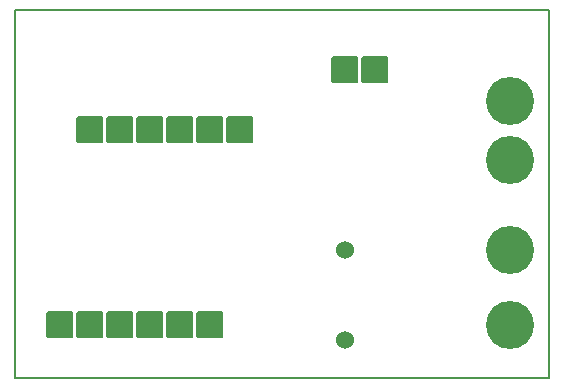
<source format=gbr>
G04 PROTEUS RS274X GERBER FILE*
%FSLAX45Y45*%
%MOMM*%
G01*
%ADD26C,1.524000*%
%AMPPAD019*
4,1,36,
-1.016000,1.143000,
1.016000,1.143000,
1.041970,1.140470,
1.065980,1.133200,
1.087580,1.121650,
1.106290,1.106290,
1.121650,1.087570,
1.133200,1.065980,
1.140470,1.041970,
1.143000,1.016000,
1.143000,-1.016000,
1.140470,-1.041970,
1.133200,-1.065980,
1.121650,-1.087570,
1.106290,-1.106290,
1.087580,-1.121650,
1.065980,-1.133200,
1.041970,-1.140470,
1.016000,-1.143000,
-1.016000,-1.143000,
-1.041970,-1.140470,
-1.065980,-1.133200,
-1.087580,-1.121650,
-1.106290,-1.106290,
-1.121650,-1.087570,
-1.133200,-1.065980,
-1.140470,-1.041970,
-1.143000,-1.016000,
-1.143000,1.016000,
-1.140470,1.041970,
-1.133200,1.065980,
-1.121650,1.087570,
-1.106290,1.106290,
-1.087580,1.121650,
-1.065980,1.133200,
-1.041970,1.140470,
-1.016000,1.143000,
0*%
%ADD27PPAD019*%
%ADD28C,4.064000*%
%ADD14C,0.203200*%
D26*
X+1778000Y+6096000D03*
X+1778000Y+5334000D03*
D27*
X-127000Y+5461000D03*
X+127000Y+5461000D03*
X+381000Y+5461000D03*
X+635000Y+7112000D03*
X-381000Y+5461000D03*
D28*
X+3175000Y+6858000D03*
X+3175000Y+7358000D03*
X+3175000Y+6096000D03*
X+3175000Y+5461000D03*
D27*
X+2032000Y+7620000D03*
X+1778000Y+7620000D03*
X-127000Y+7112000D03*
X+127000Y+7112000D03*
X+381000Y+7112000D03*
X-381000Y+7112000D03*
X-635000Y+5461000D03*
X+889000Y+7112000D03*
X+635000Y+5461000D03*
D14*
X-1016000Y+5019040D02*
X+3512000Y+5019040D01*
X+3512000Y+8128000D01*
X-1016000Y+8128000D01*
X-1016000Y+5019040D01*
M02*

</source>
